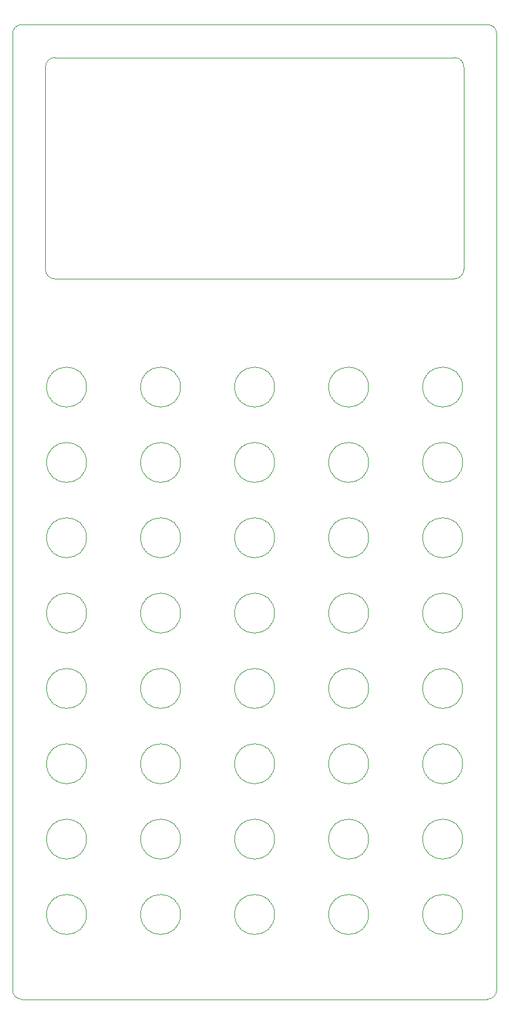
<source format=gbr>
%TF.GenerationSoftware,KiCad,Pcbnew,6.0.5+dfsg-1~bpo11+1*%
%TF.CreationDate,2022-10-05T16:01:01+13:00*%
%TF.ProjectId,FrontPanel,46726f6e-7450-4616-9e65-6c2e6b696361,rev?*%
%TF.SameCoordinates,Original*%
%TF.FileFunction,Profile,NP*%
%FSLAX46Y46*%
G04 Gerber Fmt 4.6, Leading zero omitted, Abs format (unit mm)*
G04 Created by KiCad (PCBNEW 6.0.5+dfsg-1~bpo11+1) date 2022-10-05 16:01:01*
%MOMM*%
%LPD*%
G01*
G04 APERTURE LIST*
%TA.AperFunction,Profile*%
%ADD10C,0.100000*%
%TD*%
G04 APERTURE END LIST*
D10*
X142394077Y-148590000D02*
G75*
G03*
X142394077Y-148590000I-2694077J0D01*
G01*
X129694077Y-148590000D02*
G75*
G03*
X129694077Y-148590000I-2694077J0D01*
G01*
X116994077Y-148590000D02*
G75*
G03*
X116994077Y-148590000I-2694077J0D01*
G01*
X104294077Y-148590000D02*
G75*
G03*
X104294077Y-148590000I-2694077J0D01*
G01*
X91594077Y-148590000D02*
G75*
G03*
X91594077Y-148590000I-2694077J0D01*
G01*
X142394077Y-138430000D02*
G75*
G03*
X142394077Y-138430000I-2694077J0D01*
G01*
X129694077Y-138430000D02*
G75*
G03*
X129694077Y-138430000I-2694077J0D01*
G01*
X116994077Y-138430000D02*
G75*
G03*
X116994077Y-138430000I-2694077J0D01*
G01*
X104294077Y-138430000D02*
G75*
G03*
X104294077Y-138430000I-2694077J0D01*
G01*
X91594077Y-138430000D02*
G75*
G03*
X91594077Y-138430000I-2694077J0D01*
G01*
X142394077Y-128270000D02*
G75*
G03*
X142394077Y-128270000I-2694077J0D01*
G01*
X129694077Y-128270000D02*
G75*
G03*
X129694077Y-128270000I-2694077J0D01*
G01*
X116994077Y-128270000D02*
G75*
G03*
X116994077Y-128270000I-2694077J0D01*
G01*
X104294077Y-128270000D02*
G75*
G03*
X104294077Y-128270000I-2694077J0D01*
G01*
X91594077Y-128270000D02*
G75*
G03*
X91594077Y-128270000I-2694077J0D01*
G01*
X142394077Y-118110000D02*
G75*
G03*
X142394077Y-118110000I-2694077J0D01*
G01*
X129694077Y-118110000D02*
G75*
G03*
X129694077Y-118110000I-2694077J0D01*
G01*
X116994077Y-118110000D02*
G75*
G03*
X116994077Y-118110000I-2694077J0D01*
G01*
X104294077Y-118110000D02*
G75*
G03*
X104294077Y-118110000I-2694077J0D01*
G01*
X91594077Y-118110000D02*
G75*
G03*
X91594077Y-118110000I-2694077J0D01*
G01*
X142394077Y-107950000D02*
G75*
G03*
X142394077Y-107950000I-2694077J0D01*
G01*
X129694077Y-107950000D02*
G75*
G03*
X129694077Y-107950000I-2694077J0D01*
G01*
X116994077Y-107950000D02*
G75*
G03*
X116994077Y-107950000I-2694077J0D01*
G01*
X104294077Y-107950000D02*
G75*
G03*
X104294077Y-107950000I-2694077J0D01*
G01*
X91594077Y-107950000D02*
G75*
G03*
X91594077Y-107950000I-2694077J0D01*
G01*
X142394077Y-97790000D02*
G75*
G03*
X142394077Y-97790000I-2694077J0D01*
G01*
X129694077Y-97790000D02*
G75*
G03*
X129694077Y-97790000I-2694077J0D01*
G01*
X116994077Y-97790000D02*
G75*
G03*
X116994077Y-97790000I-2694077J0D01*
G01*
X104294077Y-97790000D02*
G75*
G03*
X104294077Y-97790000I-2694077J0D01*
G01*
X91594077Y-97790000D02*
G75*
G03*
X91594077Y-97790000I-2694077J0D01*
G01*
X142394077Y-87630000D02*
G75*
G03*
X142394077Y-87630000I-2694077J0D01*
G01*
X129694077Y-87630000D02*
G75*
G03*
X129694077Y-87630000I-2694077J0D01*
G01*
X116994077Y-87630000D02*
G75*
G03*
X116994077Y-87630000I-2694077J0D01*
G01*
X104294077Y-87630000D02*
G75*
G03*
X104294077Y-87630000I-2694077J0D01*
G01*
X91594077Y-87630000D02*
G75*
G03*
X91594077Y-87630000I-2694077J0D01*
G01*
X142394077Y-77470000D02*
G75*
G03*
X142394077Y-77470000I-2694077J0D01*
G01*
X129694077Y-77470000D02*
G75*
G03*
X129694077Y-77470000I-2694077J0D01*
G01*
X116994077Y-77470000D02*
G75*
G03*
X116994077Y-77470000I-2694077J0D01*
G01*
X104294077Y-77470000D02*
G75*
G03*
X104294077Y-77470000I-2694077J0D01*
G01*
X91594077Y-77470000D02*
G75*
G03*
X91594077Y-77470000I-2694077J0D01*
G01*
X86042500Y-61595000D02*
G75*
G03*
X87312500Y-62865000I1270000J0D01*
G01*
X86042500Y-34290000D02*
X86042500Y-61595000D01*
X141287500Y-62865000D02*
X87312500Y-62865000D01*
X141287500Y-62865000D02*
G75*
G03*
X142557500Y-61595000I0J1270000D01*
G01*
X142557500Y-34290000D02*
X142557500Y-61595000D01*
X87312500Y-33020000D02*
X141287500Y-33020000D01*
X142557500Y-34290000D02*
G75*
G03*
X141287500Y-33020000I-1270000J0D01*
G01*
X87312500Y-33020000D02*
G75*
G03*
X86042500Y-34290000I0J-1270000D01*
G01*
X81597500Y-158750000D02*
G75*
G03*
X82867500Y-160020000I1270000J0D01*
G01*
X145732500Y-160020000D02*
G75*
G03*
X147002500Y-158750000I0J1270000D01*
G01*
X82867500Y-160020000D02*
X145732500Y-160020000D01*
X147002500Y-29845000D02*
G75*
G03*
X145732500Y-28575000I-1270000J0D01*
G01*
X82867500Y-28575000D02*
X145732500Y-28575000D01*
X82867500Y-28575000D02*
G75*
G03*
X81597500Y-29845000I0J-1270000D01*
G01*
X147002500Y-29845000D02*
X147002500Y-158750000D01*
X81597500Y-29845000D02*
X81597500Y-158750000D01*
M02*

</source>
